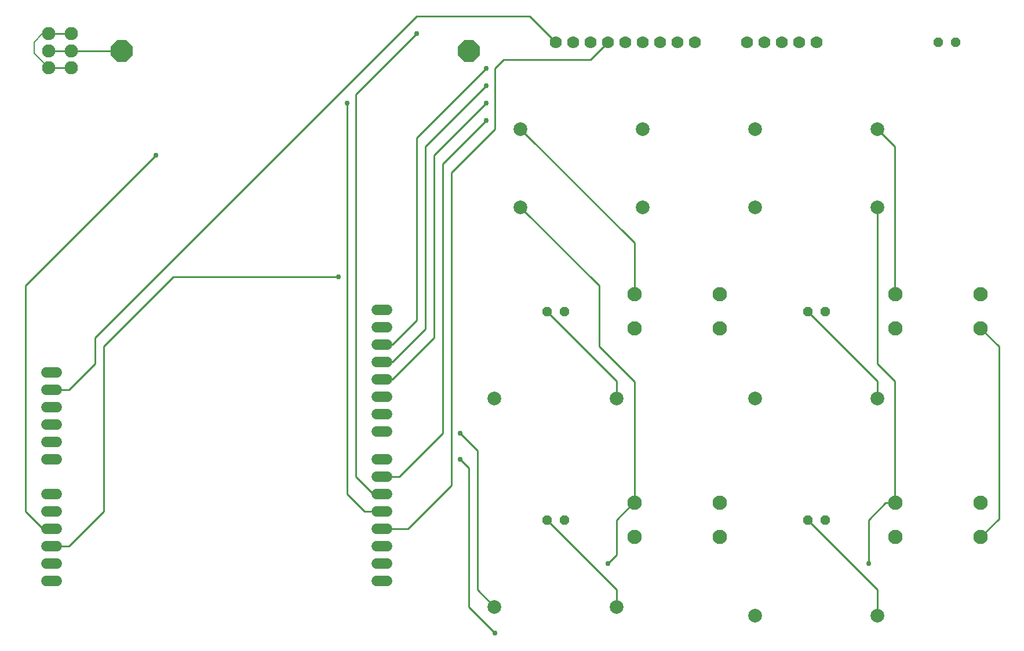
<source format=gtl>
G04 EAGLE Gerber RS-274X export*
G75*
%MOIN*%
%FSLAX36Y36*%
%LPD*%
%INTop Copper Layer*%
%IPPOS*%
%AMOC8*
5,1,8,0,0,1.08239X$1,22.5*%
G01*
%ADD10P,0.134216X8X202.500000*%
%ADD11C,0.060000*%
%ADD12C,0.070000*%
%ADD13P,0.056284X8X22.500000*%
%ADD14C,0.078740*%
%ADD15C,0.082677*%
%ADD16C,0.076000*%
%ADD17C,0.010000*%
%ADD18C,0.029780*%
%ADD19C,0.006000*%


D10*
X2800000Y3500000D03*
X805000Y3500000D03*
D11*
X2270000Y2010000D02*
X2330000Y2010000D01*
X2330000Y1910000D02*
X2270000Y1910000D01*
X2270000Y1810000D02*
X2330000Y1810000D01*
X2330000Y1710000D02*
X2270000Y1710000D01*
X2270000Y1610000D02*
X2330000Y1610000D01*
X2330000Y1510000D02*
X2270000Y1510000D01*
X2270000Y1410000D02*
X2330000Y1410000D01*
X2330000Y1310000D02*
X2270000Y1310000D01*
X2270000Y1150000D02*
X2330000Y1150000D01*
X2330000Y1050000D02*
X2270000Y1050000D01*
X2270000Y950000D02*
X2330000Y950000D01*
X2330000Y850000D02*
X2270000Y850000D01*
X2270000Y750000D02*
X2330000Y750000D01*
X2330000Y650000D02*
X2270000Y650000D01*
X2270000Y550000D02*
X2330000Y550000D01*
X2330000Y450000D02*
X2270000Y450000D01*
X430000Y1650000D02*
X370000Y1650000D01*
X370000Y1550000D02*
X430000Y1550000D01*
X430000Y1450000D02*
X370000Y1450000D01*
X370000Y1350000D02*
X430000Y1350000D01*
X430000Y1250000D02*
X370000Y1250000D01*
X370000Y1150000D02*
X430000Y1150000D01*
X430000Y950000D02*
X370000Y950000D01*
X370000Y850000D02*
X430000Y850000D01*
X430000Y750000D02*
X370000Y750000D01*
X370000Y650000D02*
X430000Y650000D01*
X430000Y550000D02*
X370000Y550000D01*
X370000Y450000D02*
X430000Y450000D01*
D12*
X4400000Y3550000D03*
X4500000Y3550000D03*
X4600000Y3550000D03*
X4700000Y3550000D03*
X4800000Y3550000D03*
X3300000Y3550000D03*
X3400000Y3550000D03*
X3500000Y3550000D03*
X3600000Y3550000D03*
X3700000Y3550000D03*
X3800000Y3550000D03*
X3900000Y3550000D03*
X4000000Y3550000D03*
X4100000Y3550000D03*
D13*
X3250000Y2000000D03*
X3350000Y2000000D03*
X4750000Y2000000D03*
X4850000Y2000000D03*
X3250000Y800000D03*
X3350000Y800000D03*
X4750000Y800000D03*
X4850000Y800000D03*
X5500000Y3550000D03*
X5600000Y3550000D03*
D14*
X3099606Y2600000D03*
X3800394Y2600000D03*
X5150394Y2600000D03*
X4449606Y2600000D03*
X3650394Y1500000D03*
X2949606Y1500000D03*
X5150394Y1500000D03*
X4449606Y1500000D03*
X3650394Y300000D03*
X2949606Y300000D03*
X5150394Y250000D03*
X4449606Y250000D03*
X3099606Y3050000D03*
X3800394Y3050000D03*
X5150394Y3050000D03*
X4449606Y3050000D03*
D15*
X4246063Y2098425D03*
X4246063Y1901575D03*
X3753937Y1901575D03*
X3753937Y2098425D03*
X5746063Y2098425D03*
X5746063Y1901575D03*
X5253937Y1901575D03*
X5253937Y2098425D03*
X4246063Y898425D03*
X4246063Y701575D03*
X3753937Y701575D03*
X3753937Y898425D03*
X5746063Y898425D03*
X5746063Y701575D03*
X5253937Y701575D03*
X5253937Y898425D03*
D16*
X514961Y3598425D03*
X514961Y3500000D03*
X514961Y3401575D03*
X385039Y3598425D03*
X385039Y3500000D03*
X385039Y3401575D03*
D17*
X3150000Y3700000D02*
X3300000Y3550000D01*
X3150000Y3700000D02*
X2500000Y3700000D01*
X650000Y1850000D01*
X650000Y1700000D01*
X500000Y1550000D01*
X400000Y1550000D01*
X2650000Y2850000D02*
X2900000Y3100000D01*
D18*
X2900000Y3100000D03*
D17*
X2650000Y1300000D02*
X2400000Y1050000D01*
X2300000Y1050000D01*
X2650000Y1300000D02*
X2650000Y2850000D01*
D18*
X2900000Y3200000D03*
D17*
X2600000Y2900000D01*
X2600000Y1850000D01*
X2360000Y1610000D01*
X2300000Y1610000D01*
X2300000Y1810000D02*
X2360000Y1810000D01*
X2500000Y1950000D01*
X2500000Y3000000D02*
X2900000Y3400000D01*
D18*
X2900000Y3400000D03*
D17*
X2500000Y3000000D02*
X2500000Y1950000D01*
X2300000Y850000D02*
X2200000Y850000D01*
X2100000Y950000D02*
X2100000Y3200000D01*
D18*
X2100000Y3200000D03*
D17*
X2100000Y950000D02*
X2200000Y850000D01*
X5746063Y1901575D02*
X5850000Y1797638D01*
X5850000Y805512D02*
X5746063Y701575D01*
X5850000Y805512D02*
X5850000Y1797638D01*
X2360000Y1710000D02*
X2300000Y1710000D01*
X2360000Y1710000D02*
X2550000Y1900000D01*
X2550000Y2950000D01*
X2900000Y3300000D01*
D18*
X2900000Y3300000D03*
D17*
X3500000Y3450000D02*
X3600000Y3550000D01*
X3500000Y3450000D02*
X3000000Y3450000D01*
X2950000Y3400000D01*
X2950000Y3050000D01*
X2700000Y2800000D01*
X2700000Y1000000D02*
X2450000Y750000D01*
X2300000Y750000D01*
X2700000Y1000000D02*
X2700000Y2800000D01*
X3250000Y2000000D02*
X3650394Y1599606D01*
X3650394Y1500000D01*
X3250000Y800000D02*
X3650394Y399606D01*
X3650394Y300000D01*
X5150394Y1599606D02*
X4750000Y2000000D01*
X5150394Y1599606D02*
X5150394Y1500000D01*
X4750000Y800000D02*
X5150394Y399606D01*
X5150394Y250000D01*
D18*
X2750000Y1150000D03*
D17*
X2800000Y1100000D01*
X2800000Y300000D02*
X2950000Y150000D01*
D18*
X2950000Y150000D03*
D17*
X2800000Y300000D02*
X2800000Y1100000D01*
D18*
X2750000Y1300000D03*
D17*
X2850000Y1200000D01*
X2850000Y399606D02*
X2949606Y300000D01*
X2850000Y399606D02*
X2850000Y1200000D01*
X2300000Y950000D02*
X2250000Y950000D01*
X2150000Y1050000D01*
X2150000Y3250000D01*
D18*
X2500000Y3600000D03*
D17*
X2150000Y3250000D01*
D18*
X5100000Y550000D03*
D17*
X5100000Y800000D01*
X5198425Y898425D01*
X5250000Y898425D01*
X5253937Y898425D01*
X5150394Y1700394D02*
X5150394Y2600000D01*
X5150394Y1700394D02*
X5150000Y1700000D01*
X5250000Y1600000D01*
X5250000Y898425D01*
X3550000Y2149606D02*
X3099606Y2600000D01*
X3550000Y2149606D02*
X3550000Y1800000D01*
X3753937Y1596063D02*
X3753937Y898425D01*
X3753937Y1596063D02*
X3550000Y1800000D01*
D18*
X3600000Y550000D03*
D17*
X3650000Y600000D01*
X3650000Y800000D01*
X3748425Y898425D01*
X3753937Y898425D01*
X5250000Y2950394D02*
X5150394Y3050000D01*
X5250000Y2102362D02*
X5253937Y2098425D01*
X5250000Y2102362D02*
X5250000Y2950394D01*
D18*
X2050000Y2200000D03*
D17*
X1100000Y2200000D01*
X700000Y1800000D01*
X700000Y850000D02*
X500000Y650000D01*
X400000Y650000D01*
X700000Y850000D02*
X700000Y1800000D01*
X3099606Y3050000D02*
X3753937Y2395669D01*
X3753937Y2098425D01*
D18*
X1000000Y2900000D03*
D17*
X250000Y2150000D01*
X250000Y850000D01*
X350000Y750000D01*
X400000Y750000D01*
X385039Y3598425D02*
X386614Y3600000D01*
X513386Y3600000D02*
X514961Y3598425D01*
X513386Y3600000D02*
X386614Y3600000D01*
X385039Y3401575D02*
X514961Y3401575D01*
D19*
X514961Y3598425D02*
X348425Y3598425D01*
X300000Y3550000D01*
X300000Y3486614D01*
X385039Y3401575D01*
D17*
X385039Y3500000D02*
X514961Y3500000D01*
X805000Y3500000D01*
M02*

</source>
